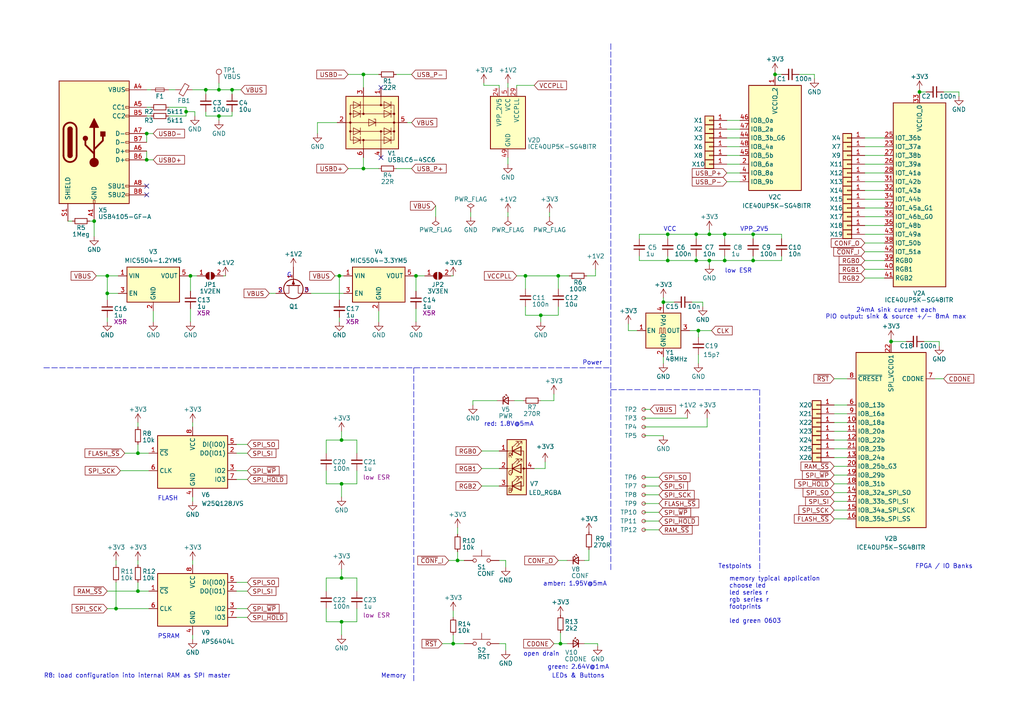
<source format=kicad_sch>
(kicad_sch (version 20211123) (generator eeschema)
  (paper "A4")
  (title_block (title "ICE40UP FPGA Development Board") (date "2023-03-02") (rev "v0.1") (comment 4 "Author: Simon Brenninger"))
  (junction (at 193.675 75.565))
  (junction (at 31.115 85.09))
  (junction (at 99.06 140.335))
  (junction (at 202.565 95.885))
  (junction (at 258.445 99.06))
  (junction (at 40.005 171.45))
  (junction (at 55.245 80.01))
  (junction (at 42.545 38.735))
  (junction (at 218.44 67.945))
  (junction (at 27.305 64.135))
  (junction (at 42.545 46.355))
  (junction (at 53.975 32.385))
  (junction (at 105.41 21.59))
  (junction (at 59.69 26.035))
  (junction (at 40.005 131.445))
  (junction (at 63.5 26.035))
  (junction (at 201.93 67.945))
  (junction (at 210.185 75.565))
  (junction (at 99.06 167.64))
  (junction (at 132.715 162.56))
  (junction (at 218.44 75.565))
  (junction (at 31.115 80.01))
  (junction (at 156.845 91.44))
  (junction (at 205.74 67.945))
  (junction (at 201.93 75.565))
  (junction (at 67.31 26.035))
  (junction (at 120.65 80.01))
  (junction (at 98.425 80.01))
  (junction (at 99.06 180.34))
  (junction (at 33.655 176.53))
  (junction (at 161.925 80.01))
  (junction (at 205.74 75.565))
  (junction (at 105.41 48.895))
  (junction (at 193.675 67.945))
  (junction (at 152.4 80.01))
  (junction (at 266.7 26.67))
  (junction (at 63.5 33.655))
  (junction (at 210.185 67.945))
  (junction (at 224.79 21.59))
  (junction (at 99.06 127.635))
  (junction (at 162.56 186.69))
  (junction (at 131.445 186.69))
  (junction (at 192.405 87.63))
  (no_connect (at 42.545 56.515))
  (no_connect (at 110.49 25.4))
  (no_connect (at 42.545 53.975))
  (no_connect (at 110.49 45.72))
  (wire (pts (xy 241.935 147.955) (xy 245.745 147.955)))
  (wire (pts (xy 241.935 135.255) (xy 245.745 135.255)))
  (wire (pts (xy 94.615 180.34) (xy 99.06 180.34)))
  (wire (pts (xy 103.505 131.445) (xy 103.505 127.635)))
  (wire (pts (xy 186.69 118.745) (xy 188.595 118.745)))
  (wire (pts (xy 210.185 75.565) (xy 218.44 75.565)))
  (wire (pts (xy 160.655 116.205) (xy 160.655 114.3)))
  (wire (pts (xy 278.13 26.67) (xy 273.685 26.67)))
  (wire (pts (xy 170.18 80.01) (xy 172.72 80.01)))
  (wire (pts (xy 258.445 99.06) (xy 258.445 99.695)))
  (wire (pts (xy 170.815 159.385) (xy 170.815 162.56)))
  (wire (pts (xy 139.7 135.89) (xy 144.78 135.89)))
  (wire (pts (xy 40.005 128.905) (xy 40.005 131.445)))
  (wire (pts (xy 193.675 69.215) (xy 193.675 67.945)))
  (wire (pts (xy 40.005 171.45) (xy 43.18 171.45)))
  (wire (pts (xy 186.69 123.825) (xy 205.105 123.825)))
  (wire (pts (xy 218.44 74.295) (xy 218.44 75.565)))
  (wire (pts (xy 44.45 93.345) (xy 44.45 90.17)))
  (wire (pts (xy 241.935 150.495) (xy 245.745 150.495)))
  (wire (pts (xy 218.44 69.215) (xy 218.44 67.945)))
  (polyline (pts (xy 177.165 113.03) (xy 220.345 113.03)))
  (wire (pts (xy 26.035 64.135) (xy 27.305 64.135)))
  (wire (pts (xy 258.445 99.06) (xy 262.89 99.06)))
  (wire (pts (xy 42.545 26.035) (xy 43.815 26.035)))
  (wire (pts (xy 199.39 121.285) (xy 186.69 121.285)))
  (wire (pts (xy 182.245 93.98) (xy 182.245 95.885)))
  (wire (pts (xy 99.06 127.635) (xy 99.06 125.095)))
  (polyline (pts (xy 12.7 106.68) (xy 177.165 106.68)))
  (wire (pts (xy 55.245 80.01) (xy 54.61 80.01)))
  (wire (pts (xy 200.66 87.63) (xy 203.835 87.63)))
  (wire (pts (xy 250.825 57.785) (xy 256.54 57.785)))
  (wire (pts (xy 33.655 168.91) (xy 33.655 176.53)))
  (wire (pts (xy 241.935 137.795) (xy 245.745 137.795)))
  (wire (pts (xy 99.06 140.335) (xy 99.06 144.145)))
  (wire (pts (xy 210.82 40.005) (xy 214.63 40.005)))
  (wire (pts (xy 31.115 85.09) (xy 31.115 86.995)))
  (wire (pts (xy 266.7 26.035) (xy 266.7 26.67)))
  (wire (pts (xy 201.93 69.215) (xy 201.93 67.945)))
  (wire (pts (xy 195.58 87.63) (xy 192.405 87.63)))
  (wire (pts (xy 56.515 33.655) (xy 56.515 32.385)))
  (wire (pts (xy 241.935 125.095) (xy 245.745 125.095)))
  (wire (pts (xy 272.415 99.06) (xy 272.415 100.33)))
  (wire (pts (xy 120.65 80.01) (xy 120.015 80.01)))
  (wire (pts (xy 55.88 122.555) (xy 55.88 123.825)))
  (wire (pts (xy 55.88 185.42) (xy 55.88 184.15)))
  (wire (pts (xy 67.31 33.655) (xy 67.31 32.385)))
  (wire (pts (xy 19.685 64.135) (xy 20.955 64.135)))
  (wire (pts (xy 78.105 85.09) (xy 80.01 85.09)))
  (wire (pts (xy 192.405 87.63) (xy 192.405 88.265)))
  (wire (pts (xy 40.005 122.555) (xy 40.005 123.825)))
  (wire (pts (xy 224.79 21.59) (xy 224.79 22.225)))
  (wire (pts (xy 48.895 31.115) (xy 53.975 31.115)))
  (wire (pts (xy 71.755 136.525) (xy 68.58 136.525)))
  (wire (pts (xy 59.69 32.385) (xy 59.69 33.655)))
  (wire (pts (xy 273.685 109.855) (xy 271.145 109.855)))
  (wire (pts (xy 202.565 102.87) (xy 202.565 105.41)))
  (wire (pts (xy 55.88 26.035) (xy 59.69 26.035)))
  (wire (pts (xy 94.615 167.64) (xy 99.06 167.64)))
  (wire (pts (xy 55.88 145.415) (xy 55.88 144.145)))
  (wire (pts (xy 71.755 168.91) (xy 68.58 168.91)))
  (wire (pts (xy 40.005 131.445) (xy 43.18 131.445)))
  (wire (pts (xy 65.405 80.01) (xy 64.77 80.01)))
  (wire (pts (xy 99.06 180.34) (xy 103.505 180.34)))
  (wire (pts (xy 126.365 59.69) (xy 126.365 62.865)))
  (wire (pts (xy 40.005 163.83) (xy 40.005 162.56)))
  (wire (pts (xy 114.935 21.59) (xy 119.38 21.59)))
  (wire (pts (xy 159.385 62.865) (xy 159.385 61.595)))
  (wire (pts (xy 236.22 21.59) (xy 236.22 22.86)))
  (wire (pts (xy 193.675 74.295) (xy 193.675 75.565)))
  (wire (pts (xy 162.56 186.69) (xy 162.56 183.515)))
  (wire (pts (xy 250.825 52.705) (xy 256.54 52.705)))
  (wire (pts (xy 100.965 48.895) (xy 105.41 48.895)))
  (wire (pts (xy 139.7 130.81) (xy 144.78 130.81)))
  (wire (pts (xy 186.69 126.365) (xy 192.405 126.365)))
  (wire (pts (xy 156.845 116.205) (xy 160.655 116.205)))
  (wire (pts (xy 210.82 47.625) (xy 214.63 47.625)))
  (wire (pts (xy 99.06 167.64) (xy 99.06 165.1)))
  (wire (pts (xy 205.74 76.835) (xy 205.74 75.565)))
  (wire (pts (xy 132.715 153.035) (xy 132.715 154.94)))
  (wire (pts (xy 99.06 140.335) (xy 103.505 140.335)))
  (wire (pts (xy 193.675 75.565) (xy 201.93 75.565)))
  (wire (pts (xy 144.145 116.205) (xy 137.16 116.205)))
  (wire (pts (xy 42.545 33.655) (xy 43.815 33.655)))
  (wire (pts (xy 63.5 33.655) (xy 63.5 34.925)))
  (wire (pts (xy 120.65 80.01) (xy 123.19 80.01)))
  (wire (pts (xy 266.7 26.67) (xy 266.7 27.305)))
  (wire (pts (xy 59.69 33.655) (xy 63.5 33.655)))
  (wire (pts (xy 160.655 186.69) (xy 162.56 186.69)))
  (wire (pts (xy 105.41 48.895) (xy 109.855 48.895)))
  (wire (pts (xy 250.825 75.565) (xy 256.54 75.565)))
  (wire (pts (xy 144.78 25.4) (xy 144.78 24.765)))
  (wire (pts (xy 98.425 80.01) (xy 99.695 80.01)))
  (wire (pts (xy 186.69 148.59) (xy 191.135 148.59)))
  (wire (pts (xy 170.815 162.56) (xy 169.545 162.56)))
  (wire (pts (xy 152.4 91.44) (xy 156.845 91.44)))
  (wire (pts (xy 210.82 42.545) (xy 214.63 42.545)))
  (wire (pts (xy 134.62 186.69) (xy 131.445 186.69)))
  (wire (pts (xy 97.155 80.01) (xy 98.425 80.01)))
  (wire (pts (xy 278.13 27.94) (xy 278.13 26.67)))
  (wire (pts (xy 250.825 47.625) (xy 256.54 47.625)))
  (wire (pts (xy 27.94 80.01) (xy 31.115 80.01)))
  (wire (pts (xy 53.975 32.385) (xy 53.975 33.655)))
  (wire (pts (xy 31.115 176.53) (xy 33.655 176.53)))
  (wire (pts (xy 210.185 69.215) (xy 210.185 67.945)))
  (wire (pts (xy 161.925 80.01) (xy 165.1 80.01)))
  (wire (pts (xy 42.545 46.355) (xy 44.45 46.355)))
  (wire (pts (xy 241.935 145.415) (xy 245.745 145.415)))
  (wire (pts (xy 55.88 162.56) (xy 55.88 163.83)))
  (wire (pts (xy 105.41 21.59) (xy 109.855 21.59)))
  (wire (pts (xy 250.825 42.545) (xy 256.54 42.545)))
  (wire (pts (xy 250.825 80.645) (xy 256.54 80.645)))
  (wire (pts (xy 99.06 167.64) (xy 103.505 167.64)))
  (wire (pts (xy 33.655 163.83) (xy 33.655 162.56)))
  (wire (pts (xy 158.115 133.985) (xy 158.115 135.89)))
  (wire (pts (xy 59.69 27.305) (xy 59.69 26.035)))
  (wire (pts (xy 186.69 138.43) (xy 191.135 138.43)))
  (polyline (pts (xy 220.345 113.03) (xy 220.345 165.735)))
  (wire (pts (xy 210.82 50.165) (xy 214.63 50.165)))
  (wire (pts (xy 182.245 95.885) (xy 184.785 95.885)))
  (wire (pts (xy 162.56 186.69) (xy 164.465 186.69)))
  (wire (pts (xy 94.615 136.525) (xy 94.615 140.335)))
  (wire (pts (xy 231.775 21.59) (xy 236.22 21.59)))
  (wire (pts (xy 156.845 91.44) (xy 161.925 91.44)))
  (wire (pts (xy 241.935 117.475) (xy 245.745 117.475)))
  (wire (pts (xy 250.825 60.325) (xy 256.54 60.325)))
  (wire (pts (xy 186.69 151.13) (xy 191.135 151.13)))
  (wire (pts (xy 98.425 86.995) (xy 98.425 80.01)))
  (wire (pts (xy 152.4 80.01) (xy 161.925 80.01)))
  (wire (pts (xy 154.94 24.765) (xy 149.86 24.765)))
  (wire (pts (xy 118.11 35.56) (xy 119.38 35.56)))
  (wire (pts (xy 185.42 75.565) (xy 185.42 74.295)))
  (wire (pts (xy 241.935 142.875) (xy 245.745 142.875)))
  (wire (pts (xy 137.16 116.205) (xy 137.16 117.475)))
  (wire (pts (xy 250.825 40.005) (xy 256.54 40.005)))
  (wire (pts (xy 185.42 69.215) (xy 185.42 67.945)))
  (wire (pts (xy 53.975 31.115) (xy 53.975 32.385)))
  (wire (pts (xy 224.79 20.955) (xy 224.79 21.59)))
  (wire (pts (xy 241.935 130.175) (xy 245.745 130.175)))
  (wire (pts (xy 98.425 93.345) (xy 98.425 92.075)))
  (polyline (pts (xy 177.165 12.7) (xy 177.165 165.735)))
  (wire (pts (xy 94.615 127.635) (xy 94.615 131.445)))
  (wire (pts (xy 105.41 21.59) (xy 100.965 21.59)))
  (wire (pts (xy 42.545 31.115) (xy 43.815 31.115)))
  (wire (pts (xy 103.505 180.34) (xy 103.505 176.53)))
  (wire (pts (xy 250.825 50.165) (xy 256.54 50.165)))
  (wire (pts (xy 149.86 24.765) (xy 149.86 25.4)))
  (wire (pts (xy 250.825 73.025) (xy 256.54 73.025)))
  (wire (pts (xy 186.69 140.97) (xy 191.135 140.97)))
  (wire (pts (xy 55.245 89.535) (xy 55.245 93.345)))
  (wire (pts (xy 250.825 62.865) (xy 256.54 62.865)))
  (wire (pts (xy 203.835 88.9) (xy 203.835 87.63)))
  (wire (pts (xy 192.405 86.36) (xy 192.405 87.63)))
  (wire (pts (xy 71.755 131.445) (xy 68.58 131.445)))
  (wire (pts (xy 266.7 26.67) (xy 268.605 26.67)))
  (wire (pts (xy 241.935 132.715) (xy 245.745 132.715)))
  (wire (pts (xy 33.655 176.53) (xy 43.18 176.53)))
  (wire (pts (xy 103.505 171.45) (xy 103.505 167.64)))
  (wire (pts (xy 56.515 32.385) (xy 53.975 32.385)))
  (wire (pts (xy 202.565 95.885) (xy 206.375 95.885)))
  (wire (pts (xy 57.15 80.01) (xy 55.245 80.01)))
  (wire (pts (xy 218.44 75.565) (xy 226.695 75.565)))
  (wire (pts (xy 201.93 67.945) (xy 205.74 67.945)))
  (wire (pts (xy 258.445 98.425) (xy 258.445 99.06)))
  (wire (pts (xy 149.86 80.01) (xy 152.4 80.01)))
  (wire (pts (xy 169.545 186.69) (xy 173.355 186.69)))
  (wire (pts (xy 144.78 162.56) (xy 146.685 162.56)))
  (wire (pts (xy 99.06 180.34) (xy 99.06 184.15)))
  (wire (pts (xy 31.115 92.075) (xy 31.115 93.345)))
  (wire (pts (xy 42.545 43.815) (xy 42.545 46.355)))
  (wire (pts (xy 94.615 127.635) (xy 99.06 127.635)))
  (wire (pts (xy 250.825 70.485) (xy 256.54 70.485)))
  (wire (pts (xy 132.715 162.56) (xy 134.62 162.56)))
  (wire (pts (xy 186.69 146.05) (xy 191.135 146.05)))
  (wire (pts (xy 185.42 67.945) (xy 193.675 67.945)))
  (wire (pts (xy 149.225 116.205) (xy 151.765 116.205)))
  (wire (pts (xy 185.42 75.565) (xy 193.675 75.565)))
  (wire (pts (xy 201.93 75.565) (xy 205.74 75.565)))
  (wire (pts (xy 31.115 80.01) (xy 34.29 80.01)))
  (wire (pts (xy 158.115 135.89) (xy 154.94 135.89)))
  (wire (pts (xy 109.855 93.345) (xy 109.855 90.17)))
  (wire (pts (xy 147.32 25.4) (xy 147.32 24.13)))
  (wire (pts (xy 147.32 62.865) (xy 147.32 61.595)))
  (wire (pts (xy 210.82 37.465) (xy 214.63 37.465)))
  (wire (pts (xy 161.925 91.44) (xy 161.925 88.9)))
  (wire (pts (xy 34.925 136.525) (xy 43.18 136.525)))
  (wire (pts (xy 152.4 83.82) (xy 152.4 80.01)))
  (wire (pts (xy 161.925 162.56) (xy 164.465 162.56)))
  (wire (pts (xy 71.755 171.45) (xy 68.58 171.45)))
  (wire (pts (xy 173.355 187.325) (xy 173.355 186.69)))
  (wire (pts (xy 63.5 33.655) (xy 67.31 33.655)))
  (wire (pts (xy 156.845 91.44) (xy 156.845 93.345)))
  (wire (pts (xy 241.935 120.015) (xy 245.745 120.015)))
  (wire (pts (xy 131.445 177.165) (xy 131.445 179.07)))
  (wire (pts (xy 205.74 67.945) (xy 210.185 67.945)))
  (wire (pts (xy 71.755 179.07) (xy 68.58 179.07)))
  (wire (pts (xy 67.31 27.305) (xy 67.31 26.035)))
  (wire (pts (xy 94.615 176.53) (xy 94.615 180.34)))
  (wire (pts (xy 31.115 85.09) (xy 31.115 80.01)))
  (wire (pts (xy 31.115 171.45) (xy 40.005 171.45)))
  (wire (pts (xy 27.305 64.135) (xy 27.305 68.58)))
  (wire (pts (xy 193.675 67.945) (xy 201.93 67.945)))
  (wire (pts (xy 71.755 128.905) (xy 68.58 128.905)))
  (wire (pts (xy 120.65 80.01) (xy 120.65 84.455)))
  (wire (pts (xy 267.97 99.06) (xy 272.415 99.06)))
  (wire (pts (xy 250.825 55.245) (xy 256.54 55.245)))
  (wire (pts (xy 48.895 26.035) (xy 50.8 26.035)))
  (wire (pts (xy 55.245 80.01) (xy 55.245 84.455)))
  (wire (pts (xy 152.4 88.9) (xy 152.4 91.44)))
  (wire (pts (xy 131.445 184.15) (xy 131.445 186.69)))
  (wire (pts (xy 40.005 168.91) (xy 40.005 171.45)))
  (wire (pts (xy 218.44 67.945) (xy 226.695 67.945)))
  (wire (pts (xy 210.82 52.705) (xy 214.63 52.705)))
  (wire (pts (xy 139.7 140.97) (xy 144.78 140.97)))
  (wire (pts (xy 146.685 162.56) (xy 146.685 164.465)))
  (wire (pts (xy 250.825 65.405) (xy 256.54 65.405)))
  (wire (pts (xy 42.545 38.735) (xy 44.45 38.735)))
  (wire (pts (xy 131.445 80.01) (xy 130.81 80.01)))
  (wire (pts (xy 92.075 35.56) (xy 97.79 35.56)))
  (wire (pts (xy 146.685 186.69) (xy 146.685 188.595)))
  (wire (pts (xy 71.755 176.53) (xy 68.58 176.53)))
  (wire (pts (xy 105.41 21.59) (xy 105.41 25.4)))
  (polyline (pts (xy 120.015 106.68) (xy 120.015 197.485)))
  (wire (pts (xy 172.72 78.105) (xy 172.72 80.01)))
  (wire (pts (xy 63.5 26.035) (xy 67.31 26.035)))
  (wire (pts (xy 105.41 48.895) (xy 105.41 45.72)))
  (wire (pts (xy 250.825 78.105) (xy 256.54 78.105)))
  (wire (pts (xy 36.195 131.445) (xy 40.005 131.445)))
  (wire (pts (xy 210.185 74.295) (xy 210.185 75.565)))
  (wire (pts (xy 92.075 38.735) (xy 92.075 35.56)))
  (wire (pts (xy 90.17 85.09) (xy 99.695 85.09)))
  (wire (pts (xy 99.06 127.635) (xy 103.505 127.635)))
  (wire (pts (xy 136.525 62.865) (xy 136.525 61.595)))
  (wire (pts (xy 241.935 122.555) (xy 245.745 122.555)))
  (wire (pts (xy 186.69 143.51) (xy 191.135 143.51)))
  (wire (pts (xy 161.925 80.01) (xy 161.925 83.82)))
  (wire (pts (xy 147.32 45.72) (xy 147.32 47.625)))
  (wire (pts (xy 114.935 48.895) (xy 119.38 48.895)))
  (wire (pts (xy 241.935 127.635) (xy 245.745 127.635)))
  (wire (pts (xy 71.755 139.065) (xy 68.58 139.065)))
  (wire (pts (xy 250.825 67.945) (xy 256.54 67.945)))
  (wire (pts (xy 34.29 85.09) (xy 31.115 85.09)))
  (wire (pts (xy 201.93 74.295) (xy 201.93 75.565)))
  (wire (pts (xy 132.715 160.02) (xy 132.715 162.56)))
  (wire (pts (xy 67.31 26.035) (xy 69.85 26.035)))
  (wire (pts (xy 210.82 34.925) (xy 214.63 34.925)))
  (wire (pts (xy 128.27 186.69) (xy 131.445 186.69)))
  (wire (pts (xy 226.695 67.945) (xy 226.695 69.215)))
  (wire (pts (xy 226.695 74.295) (xy 226.695 75.565)))
  (wire (pts (xy 202.565 95.885) (xy 202.565 97.79)))
  (wire (pts (xy 205.74 75.565) (xy 210.185 75.565)))
  (wire (pts (xy 94.615 140.335) (xy 99.06 140.335)))
  (wire (pts (xy 200.025 95.885) (xy 202.565 95.885)))
  (wire (pts (xy 42.545 41.275) (xy 42.545 38.735)))
  (wire (pts (xy 48.895 33.655) (xy 53.975 33.655)))
  (wire (pts (xy 186.69 153.67) (xy 191.135 153.67)))
  (wire (pts (xy 192.405 105.41) (xy 192.405 103.505)))
  (wire (pts (xy 103.505 140.335) (xy 103.505 136.525)))
  (wire (pts (xy 94.615 167.64) (xy 94.615 171.45)))
  (wire (pts (xy 63.5 24.13) (xy 63.5 26.035)))
  (wire (pts (xy 241.935 109.855) (xy 245.745 109.855)))
  (wire (pts (xy 250.825 45.085) (xy 256.54 45.085)))
  (wire (pts (xy 205.105 123.825) (xy 205.105 121.285)))
  (wire (pts (xy 140.335 24.765) (xy 140.335 24.13)))
  (wire (pts (xy 210.185 67.945) (xy 218.44 67.945)))
  (wire (pts (xy 59.69 26.035) (xy 63.5 26.035)))
  (wire (pts (xy 226.695 21.59) (xy 224.79 21.59)))
  (wire (pts (xy 144.78 24.765) (xy 140.335 24.765)))
  (wire (pts (xy 120.65 89.535) (xy 120.65 93.345)))
  (wire (pts (xy 210.82 45.085) (xy 214.63 45.085)))
  (wire (pts (xy 144.78 186.69) (xy 146.685 186.69)))
  (wire (pts (xy 130.175 162.56) (xy 132.715 162.56)))
  (wire (pts (xy 241.935 140.335) (xy 245.745 140.335)))
  (polyline (pts (xy 177.165 12.7) (xy 177.165 12.7)))
  (wire (pts (xy 205.74 66.675) (xy 205.74 67.945)))
  (text "green: 2.64V@1mA" (at 158.75 194.31 0) (effects (font (size 1.27 1.27)) (justify left bottom)))
  (text "red: 1.8V@5mA" (at 140.335 123.825 0) (effects (font (size 1.27 1.27)) (justify left bottom)))
  (text "FPGA / IO Banks" (at 265.43 165.1 0) (effects (font (size 1.27 1.27)) (justify left bottom)))
  (text "D" (at 88.265 85.09 0) (effects (font (size 1.27 1.27)) (justify left bottom)))
  (text "S" (at 80.645 85.09 0) (effects (font (size 1.27 1.27)) (justify left bottom)))
  (text "R8: load configuration into internal RAM as SPI master" (at 12.7 196.85 0) (effects (font (size 1.27 1.27)) (justify left bottom)))
  (text "Memory" (at 110.49 196.85 0) (effects (font (size 1.27 1.27)) (justify left bottom)))
  (text "Power" (at 168.91 106.045 0) (effects (font (size 1.27 1.27)) (justify left bottom)))
  (text "G" (at 83.185 80.645 0) (effects (font (size 1.27 1.27)) (justify left bottom)))
  (text "open drain" (at 151.765 190.5 0) (effects (font (size 1.27 1.27)) (justify left bottom)))
  (text "Testpoints" (at 208.28 165.1 0) (effects (font (size 1.27 1.27)) (justify left bottom)))
  (text "amber: 1.95V@5mA" (at 157.48 170.18 0) (effects (font (size 1.27 1.27)) (justify left bottom)))
  (text "LEDs & Buttons" (at 160.02 196.85 0) (effects (font (size 1.27 1.27)) (justify left bottom)))
  (text "FLASH" (at 45.72 145.415 0) (effects (font (size 1.27 1.27)) (justify left bottom)))
  (text "low ESR" (at 210.185 79.375 0) (effects (font (size 1.27 1.27)) (justify left bottom)))
  (text "PIO output: sink & source +/- 8mA max" (at 239.395 92.71 0) (effects (font (size 1.27 1.27)) (justify left bottom)))
  (text "VPP_2V5" (at 214.63 67.31 0) (effects (font (size 1.27 1.27)) (justify left bottom)))
  (text "24mA sink current each" (at 248.285 90.805 0) (effects (font (size 1.27 1.27)) (justify left bottom)))
  (text "PSRAM" (at 45.72 185.42 0) (effects (font (size 1.27 1.27)) (justify left bottom)))
  (text "VCC" (at 192.405 67.31 0) (effects (font (size 1.27 1.27)) (justify left bottom)))
  (text "memory typical application\nchoose led\nled series r\nrgb series r\nfootprints\n\nled green 0603" (at 211.455 180.975 0) (effects (font (size 1.27 1.27)) (justify left bottom)))
  (global_label "RGB0" (shape input) (at 250.825 75.565 180) (property "Intersheet References" "${INTERSHEET_REFS}" (effects hide)))
  (global_label "SPI_SCK" (shape input) (at 191.135 143.51 0) (property "Intersheet References" "${INTERSHEET_REFS}" (effects hide)))
  (global_label "SPI_~{WP}" (shape input) (at 71.755 136.525 0) (property "Intersheet References" "${INTERSHEET_REFS}" (effects hide)))
  (global_label "FLASH_~{SS}" (shape input) (at 191.135 146.05 0) (property "Intersheet References" "${INTERSHEET_REFS}" (effects hide)))
  (global_label "RGB2" (shape input) (at 139.7 140.97 180) (property "Intersheet References" "${INTERSHEET_REFS}" (effects hide)))
  (global_label "SPI_SI" (shape input) (at 241.935 145.415 180) (property "Intersheet References" "${INTERSHEET_REFS}" (effects hide)))
  (global_label "SPI_SCK" (shape input) (at 241.935 147.955 180) (property "Intersheet References" "${INTERSHEET_REFS}" (effects hide)))
  (global_label "FLASH_~{SS}" (shape input) (at 241.935 150.495 180) (property "Intersheet References" "${INTERSHEET_REFS}" (effects hide)))
  (global_label "USB_P-" (shape input) (at 119.38 21.59 0) (property "Intersheet References" "${INTERSHEET_REFS}" (effects hide)))
  (global_label "VBUS" (shape input) (at 27.94 80.01 180) (property "Intersheet References" "${INTERSHEET_REFS}" (effects hide)))
  (global_label "VBUS" (shape input) (at 188.595 118.745 0) (property "Intersheet References" "${INTERSHEET_REFS}" (effects hide)))
  (global_label "VBUS" (shape input) (at 69.85 26.035 0) (property "Intersheet References" "${INTERSHEET_REFS}" (effects hide)))
  (global_label "FLASH_~{SS}" (shape input) (at 36.195 131.445 180) (property "Intersheet References" "${INTERSHEET_REFS}" (effects hide)))
  (global_label "SPI_~{HOLD}" (shape input) (at 191.135 151.13 0) (property "Intersheet References" "${INTERSHEET_REFS}" (effects hide)))
  (global_label "RAM_~{SS}" (shape input) (at 191.135 153.67 0) (property "Intersheet References" "${INTERSHEET_REFS}" (effects hide)))
  (global_label "VBUS" (shape input) (at 119.38 35.56 0) (property "Intersheet References" "${INTERSHEET_REFS}" (effects hide)))
  (global_label "RGB1" (shape input) (at 139.7 135.89 180) (property "Intersheet References" "${INTERSHEET_REFS}" (effects hide)))
  (global_label "SPI_~{WP}" (shape input) (at 241.935 137.795 180) (property "Intersheet References" "${INTERSHEET_REFS}" (effects hide)))
  (global_label "RAM_~{SS}" (shape input) (at 31.115 171.45 180) (property "Intersheet References" "${INTERSHEET_REFS}" (effects hide)))
  (global_label "SPI_SI" (shape input) (at 71.755 131.445 0) (property "Intersheet References" "${INTERSHEET_REFS}" (effects hide)))
  (global_label "SPI_SO" (shape input) (at 71.755 168.91 0) (property "Intersheet References" "${INTERSHEET_REFS}" (effects hide)))
  (global_label "CLK" (shape input) (at 206.375 95.885 0) (property "Intersheet References" "${INTERSHEET_REFS}" (effects hide)))
  (global_label "VBUS" (shape input) (at 78.105 85.09 180) (property "Intersheet References" "${INTERSHEET_REFS}" (effects hide)))
  (global_label "CONF_O" (shape input) (at 161.925 162.56 180) (property "Intersheet References" "${INTERSHEET_REFS}" (effects hide)))
  (global_label "VCCPLL" (shape input) (at 154.94 24.765 0) (property "Intersheet References" "${INTERSHEET_REFS}" (effects hide)))
  (global_label "~{RST}" (shape input) (at 241.935 109.855 180) (property "Intersheet References" "${INTERSHEET_REFS}" (effects hide)))
  (global_label "SPI_~{WP}" (shape input) (at 71.755 176.53 0) (property "Intersheet References" "${INTERSHEET_REFS}" (effects hide)))
  (global_label "SPI_SCK" (shape input) (at 31.115 176.53 180) (property "Intersheet References" "${INTERSHEET_REFS}" (effects hide)))
  (global_label "RGB1" (shape input) (at 250.825 78.105 180) (property "Intersheet References" "${INTERSHEET_REFS}" (effects hide)))
  (global_label "VCCPLL" (shape input) (at 149.86 80.01 180) (property "Intersheet References" "${INTERSHEET_REFS}" (effects hide)))
  (global_label "SPI_SI" (shape input) (at 191.135 140.97 0) (property "Intersheet References" "${INTERSHEET_REFS}" (effects hide)))
  (global_label "USBD+" (shape input) (at 100.965 48.895 180) (property "Intersheet References" "${INTERSHEET_REFS}" (effects hide)))
  (global_label "SPI_SO" (shape input) (at 241.935 142.875 180) (property "Intersheet References" "${INTERSHEET_REFS}" (effects hide)))
  (global_label "RAM_~{SS}" (shape input) (at 241.935 135.255 180) (property "Intersheet References" "${INTERSHEET_REFS}" (effects hide)))
  (global_label "RGB0" (shape input) (at 139.7 130.81 180) (property "Intersheet References" "${INTERSHEET_REFS}" (effects hide)))
  (global_label "USB_P-" (shape input) (at 210.82 52.705 180) (property "Intersheet References" "${INTERSHEET_REFS}" (effects hide)))
  (global_label "CDONE" (shape input) (at 273.685 109.855 0) (property "Intersheet References" "${INTERSHEET_REFS}" (effects hide)))
  (global_label "~{RST}" (shape input) (at 128.27 186.69 180) (property "Intersheet References" "${INTERSHEET_REFS}" (effects hide)))
  (global_label "SPI_SO" (shape input) (at 71.755 128.905 0) (property "Intersheet References" "${INTERSHEET_REFS}" (effects hide)))
  (global_label "SPI_~{WP}" (shape input) (at 191.135 148.59 0) (property "Intersheet References" "${INTERSHEET_REFS}" (effects hide)))
  (global_label "VBUS" (shape input) (at 97.155 80.01 180) (property "Intersheet References" "${INTERSHEET_REFS}" (effects hide)))
  (global_label "RGB2" (shape input) (at 250.825 80.645 180) (property "Intersheet References" "${INTERSHEET_REFS}" (effects hide)))
  (global_label "USB_P+" (shape input) (at 119.38 48.895 0) (property "Intersheet References" "${INTERSHEET_REFS}" (effects hide)))
  (global_label "USB_P+" (shape input) (at 210.82 50.165 180) (property "Intersheet References" "${INTERSHEET_REFS}" (effects hide)))
  (global_label "USBD+" (shape input) (at 44.45 46.355 0) (property "Intersheet References" "${INTERSHEET_REFS}" (effects hide)))
  (global_label "~{CONF}_I" (shape input) (at 250.825 73.025 180) (property "Intersheet References" "${INTERSHEET_REFS}" (effects hide)))
  (global_label "SPI_SCK" (shape input) (at 34.925 136.525 180) (property "Intersheet References" "${INTERSHEET_REFS}" (effects hide)))
  (global_label "USBD-" (shape input) (at 44.45 38.735 0) (property "Intersheet References" "${INTERSHEET_REFS}" (effects hide)))
  (global_label "USBD-" (shape input) (at 100.965 21.59 180) (property "Intersheet References" "${INTERSHEET_REFS}" (effects hide)))
  (global_label "SPI_~{HOLD}" (shape input) (at 71.755 139.065 0) (property "Intersheet References" "${INTERSHEET_REFS}" (effects hide)))
  (global_label "~{CONF}_I" (shape input) (at 130.175 162.56 180) (property "Intersheet References" "${INTERSHEET_REFS}" (effects hide)))
  (global_label "SPI_SI" (shape input) (at 71.755 171.45 0) (property "Intersheet References" "${INTERSHEET_REFS}" (effects hide)))
  (global_label "CONF_O" (shape input) (at 250.825 70.485 180) (property "Intersheet References" "${INTERSHEET_REFS}" (effects hide)))
  (global_label "VBUS" (shape input) (at 126.365 59.69 180) (property "Intersheet References" "${INTERSHEET_REFS}" (effects hide)))
  (global_label "CDONE" (shape input) (at 160.655 186.69 180) (property "Intersheet References" "${INTERSHEET_REFS}" (effects hide)))
  (global_label "SPI_~{HOLD}" (shape input) (at 71.755 179.07 0) (property "Intersheet References" "${INTERSHEET_REFS}" (effects hide)))
  (global_label "SPI_SO" (shape input) (at 191.135 138.43 0) (property "Intersheet References" "${INTERSHEET_REFS}" (effects hide)))
  (global_label "SPI_~{HOLD}" (shape input) (at 241.935 140.335 180) (property "Intersheet References" "${INTERSHEET_REFS}" (effects hide)))
  (symbol (lib_id "power:GND") (at 109.855 93.345 0) (unit 1)
    (property "Reference" "#PWR027" (effects hide))
    (property "Value" "GND" (at 109.855 97.155 0))
  )
  (symbol (lib_id "Connector_Generic:Conn_01x01") (at 236.855 117.475 0) (mirror y) (unit 1)
    (property "Reference" "X20" (at 233.68 117.475 0))
    (property "Value" "Conn_01x01" (effects hide))
  )
  (symbol (lib_id "power:+1V2") (at 147.32 61.595 0) (unit 1)
    (property "Reference" "#PWR011" (effects hide))
    (property "Value" "+1V2" (at 147.32 57.785 0))
  )
  (symbol (lib_id "power:+3V3") (at 159.385 61.595 0) (unit 1)
    (property "Reference" "#PWR012" (effects hide))
    (property "Value" "+3V3" (at 159.385 57.785 0))
  )
  (symbol (lib_id "Connector_Generic:Conn_01x01") (at 245.745 60.325 0) (mirror y) (unit 1)
    (property "Reference" "X16" (at 242.57 60.325 0))
    (property "Value" "Conn_01x01" (effects hide))
  )
  (symbol (lib_id "power:GND") (at 99.06 144.145 0) (unit 1)
    (property "Reference" "#PWR044" (effects hide))
    (property "Value" "GND" (at 99.06 147.955 0))
  )
  (symbol (lib_id "power:+3V3") (at 131.445 80.01 0) (unit 1)
    (property "Reference" "#PWR020" (effects hide))
    (property "Value" "+3V3" (at 131.445 76.2 0))
  )
  (symbol (lib_id "FPGA_Lattice:ICE40UP5K-SG48ITR") (at 258.445 127.635 0) (unit 2)
    (property "Reference" "V2" (at 258.445 156.21 0))
    (property "Value" "ICE40UP5K-SG48ITR" (at 258.445 158.75 0))
    (property "Footprint" "Package_DFN_QFN:QFN-48-1EP_7x7mm_P0.5mm_EP5.6x5.6mm" (effects hide))
    (property "Datasheet" "http://www.latticesemi.com/Products/FPGAandCPLD/iCE40Ultra" (effects hide))
  )
  (symbol (lib_id "Device:R_Small") (at 131.445 181.61 0) (unit 1)
    (property "Reference" "R14" (at 132.715 180.975 0) (effects (justify left)))
    (property "Value" "10k" (at 132.715 182.88 0) (effects (justify left)))
  )
  (symbol (lib_id "Device:R_Small") (at 33.655 166.37 0) (unit 1)
    (property "Reference" "R11" (at 34.925 165.735 0) (effects (justify left)))
    (property "Value" "10k" (at 34.925 167.64 0) (effects (justify left)))
  )
  (symbol (lib_id "Device:C_Small") (at 55.245 86.995 0) (unit 1)
    (property "Reference" "C13" (at 57.15 86.995 0) (effects (justify left)))
    (property "Value" "1u" (at 57.15 88.9 0) (effects (justify left)))
    (property "Footprint" "Capacitor_SMD:C_0402_1005Metric" (effects hide))
    (property "Type" "X5R" (at 59.055 90.805 0))
  )
  (symbol (lib_id "power:PWR_FLAG") (at 126.365 62.865 180) (unit 1)
    (property "Reference" "#FLG02" (effects hide))
    (property "Value" "PWR_FLAG" (at 126.365 66.675 0))
  )
  (symbol (lib_id "Device:C_Small") (at 218.44 71.755 180) (unit 1)
    (property "Reference" "C9" (at 222.25 71.755 0))
    (property "Value" "100n" (at 222.885 73.66 0))
    (property "Footprint" "Capacitor_SMD:C_0402_1005Metric" (effects hide))
  )
  (symbol (lib_id "Oscillator:ASE-xxxMHz") (at 192.405 95.885 0) (unit 1)
    (property "Reference" "Y1" (at 194.31 102.235 0))
    (property "Value" "48MHz" (at 196.215 104.14 0))
    (property "Footprint" "Oscillator:Oscillator_SMD_Abracon_ASE-4Pin_3.2x2.5mm" (effects hide))
    (property "Datasheet" "http://www.abracon.com/Oscillators/ASV.pdf" (effects hide))
  )
  (symbol (lib_id "Connector_Generic:Conn_01x01") (at 245.745 65.405 0) (mirror y) (unit 1)
    (property "Reference" "X18" (at 242.57 65.405 0))
    (property "Value" "Conn_01x01" (effects hide))
  )
  (symbol (lib_id "Connector_Generic:Conn_01x01") (at 245.745 50.165 0) (mirror y) (unit 1)
    (property "Reference" "X12" (at 242.57 50.165 0))
    (property "Value" "Conn_01x01" (effects hide))
  )
  (symbol (lib_id "Jumper:SolderJumper_2_Open") (at 60.96 80.01 0) (unit 1)
    (property "Reference" "JP1" (at 60.96 82.55 0))
    (property "Value" "1V2EN" (at 60.96 84.455 0))
    (property "Footprint" "Jumper:SolderJumper-2_P1.3mm_Open_Pad1.0x1.5mm" (effects hide))
  )
  (symbol (lib_id "power:+3V3") (at 99.06 125.095 0) (unit 1)
    (property "Reference" "#PWR041" (effects hide))
    (property "Value" "+3V3" (at 99.06 121.285 0))
  )
  (symbol (lib_id "Connector_Generic:Conn_01x01") (at 245.745 62.865 0) (mirror y) (unit 1)
    (property "Reference" "X17" (at 242.57 62.865 0))
    (property "Value" "Conn_01x01" (effects hide))
  )
  (symbol (lib_id "power:+3V3") (at 55.88 162.56 0) (unit 1)
    (property "Reference" "#PWR050" (effects hide))
    (property "Value" "+3V3" (at 55.88 158.75 0))
  )
  (symbol (lib_id "Device:R_Small") (at 170.815 156.845 180) (unit 1)
    (property "Reference" "R9" (at 173.99 156.21 0))
    (property "Value" "270R" (at 174.625 158.115 0))
  )
  (symbol (lib_id "power:GND") (at 192.405 105.41 0) (unit 1)
    (property "Reference" "#PWR033" (effects hide))
    (property "Value" "GND" (at 192.405 109.22 0))
  )
  (symbol (lib_id "Connector_Generic:Conn_01x01") (at 245.745 67.945 0) (mirror y) (unit 1)
    (property "Reference" "X19" (at 242.57 67.945 0))
    (property "Value" "Conn_01x01" (effects hide))
  )
  (symbol (lib_id "Connector_Generic:Conn_01x01") (at 245.745 40.005 0) (mirror y) (unit 1)
    (property "Reference" "X4" (at 242.57 40.005 0))
    (property "Value" "Conn_01x01" (effects hide))
  )
  (symbol (lib_id "Device:R_Small") (at 40.005 166.37 0) (unit 1)
    (property "Reference" "R12" (at 41.275 165.735 0) (effects (justify left)))
    (property "Value" "10k" (at 41.275 167.64 0) (effects (justify left)))
  )
  (symbol (lib_id "Switch:SW_Push") (at 139.7 186.69 0) (unit 1)
    (property "Reference" "S2" (at 139.7 188.595 0))
    (property "Value" "RST" (at 140.335 190.5 0))
  )
  (symbol (lib_id "power:+3V3") (at 258.445 98.425 0) (unit 1)
    (property "Reference" "#PWR031" (effects hide))
    (property "Value" "+3V3" (at 258.445 94.615 0))
  )
  (symbol (lib_id "power:+3V3") (at 40.005 162.56 0) (unit 1)
    (property "Reference" "#PWR049" (effects hide))
    (property "Value" "+3V3" (at 40.005 158.75 0))
  )
  (symbol (lib_id "Switch:SW_Push") (at 139.7 162.56 0) (unit 1)
    (property "Reference" "S1" (at 139.7 164.465 0))
    (property "Value" "CONF" (at 140.97 166.37 0))
  )
  (symbol (lib_id "power:GND") (at 55.88 145.415 0) (unit 1)
    (property "Reference" "#PWR045" (effects hide))
    (property "Value" "GND" (at 55.88 149.225 0))
  )
  (symbol (lib_id "Connector_Generic:Conn_01x01") (at 236.855 125.095 0) (mirror y) (unit 1)
    (property "Reference" "X23" (at 233.68 125.095 0))
    (property "Value" "Conn_01x01" (effects hide))
  )
  (symbol (lib_id "FPGA_Lattice:ICE40UP5K-SG48ITR") (at 147.32 35.56 0) (unit 4)
    (property "Reference" "V2" (at 153.035 40.64 0) (effects (justify left)))
    (property "Value" "ICE40UP5K-SG48ITR" (at 153.035 42.545 0) (effects (justify left)))
    (property "Footprint" "Package_DFN_QFN:QFN-48-1EP_7x7mm_P0.5mm_EP5.6x5.6mm" (effects hide))
    (property "Datasheet" "http://www.latticesemi.com/Products/FPGAandCPLD/iCE40Ultra" (effects hide))
  )
  (symbol (lib_id "Connector_Generic:Conn_01x01") (at 245.745 45.085 0) (mirror y) (unit 1)
    (property "Reference" "X9" (at 242.57 45.085 0))
    (property "Value" "Conn_01x01" (effects hide))
  )
  (symbol (lib_id "Device:C_Small") (at 94.615 133.985 180) (unit 1)
    (property "Reference" "C20" (at 98.425 133.985 0))
    (property "Value" "100n" (at 99.06 135.89 0))
    (property "Footprint" "Capacitor_SMD:C_0402_1005Metric" (effects hide))
  )
  (symbol (lib_id "Connector:TestPoint_Small") (at 186.69 148.59 180) (unit 1)
    (property "Reference" "TP10" (at 184.785 148.5901 0) (effects (justify left)))
    (property "Value" "TestPoint_Small" (effects hide))
    (property "Footprint" "TestPoint:TestPoint_Pad_D1.0mm" (effects hide))
  )
  (symbol (lib_id "Device:C_Small") (at 31.115 89.535 0) (unit 1)
    (property "Reference" "C16" (at 33.02 89.535 0) (effects (justify left)))
    (property "Value" "1u" (at 33.02 91.44 0) (effects (justify left)))
    (property "Footprint" "Capacitor_SMD:C_0402_1005Metric" (effects hide))
    (property "Type" "X5R" (at 34.925 93.345 0))
  )
  (symbol (lib_id "power:+3V3") (at 170.815 154.305 0) (unit 1)
    (property "Reference" "#PWR047" (effects hide))
    (property "Value" "+3V3" (at 170.815 150.495 0))
  )
  (symbol (lib_id "Device:C_Small") (at 210.185 71.755 180) (unit 1)
    (property "Reference" "C8" (at 213.995 71.755 0))
    (property "Value" "1u" (at 213.36 73.66 0))
    (property "Footprint" "Capacitor_SMD:C_0402_1005Metric" (effects hide))
  )
  (symbol (lib_id "Device:C_Small") (at 201.93 71.755 180) (unit 1)
    (property "Reference" "C7" (at 205.74 71.755 0))
    (property "Value" "10n" (at 205.74 73.66 0))
    (property "Footprint" "Capacitor_SMD:C_0402_1005Metric" (effects hide))
  )
  (symbol (lib_id "power:GND") (at 205.74 76.835 0) (unit 1)
    (property "Reference" "#PWR016" (effects hide))
    (property "Value" "GND" (at 205.74 80.645 0))
  )
  (symbol (lib_id "FPGA_Lattice:ICE40UP5K-SG48ITR") (at 224.79 40.005 0) (unit 3)
    (property "Reference" "V2" (at 222.885 57.15 0) (effects (justify left)))
    (property "Value" "ICE40UP5K-SG48ITR" (at 215.265 59.69 0) (effects (justify left)))
    (property "Footprint" "Package_DFN_QFN:QFN-48-1EP_7x7mm_P0.5mm_EP5.6x5.6mm" (effects hide))
    (property "Datasheet" "http://www.latticesemi.com/Products/FPGAandCPLD/iCE40Ultra" (effects hide))
  )
  (symbol (lib_id "power:+3V3") (at 160.655 114.3 0) (unit 1)
    (property "Reference" "#PWR035" (effects hide))
    (property "Value" "+3V3" (at 160.655 110.49 0))
  )
  (symbol (lib_id "Connector:TestPoint_Small") (at 186.69 143.51 180) (unit 1)
    (property "Reference" "TP8" (at 184.785 143.5101 0) (effects (justify left)))
    (property "Value" "TestPoint_Small" (effects hide))
    (property "Footprint" "TestPoint:TestPoint_Pad_D1.0mm" (effects hide))
  )
  (symbol (lib_id "Device:C_Small") (at 193.675 71.755 180) (unit 1)
    (property "Reference" "C6" (at 197.485 71.755 0))
    (property "Value" "100n" (at 198.12 73.66 0))
    (property "Footprint" "Capacitor_SMD:C_0402_1005Metric" (effects hide))
  )
  (symbol (lib_id "Device:R_Small") (at 112.395 48.895 90) (unit 1)
    (property "Reference" "R4" (at 112.395 50.8 90))
    (property "Value" "22R" (at 112.395 52.705 90))
  )
  (symbol (lib_id "Connector_Generic:Conn_01x01") (at 236.855 130.175 0) (mirror y) (unit 1)
    (property "Reference" "X25" (at 233.68 130.175 0))
    (property "Value" "Conn_01x01" (effects hide))
  )
  (symbol (lib_id "power:+3V3") (at 205.74 66.675 0) (unit 1)
    (property "Reference" "#PWR014" (effects hide))
    (property "Value" "+3V3" (at 205.74 62.865 0))
  )
  (symbol (lib_id "Device:C_Small") (at 120.65 86.995 0) (unit 1)
    (property "Reference" "C14" (at 122.555 86.995 0) (effects (justify left)))
    (property "Value" "1u" (at 122.555 88.9 0) (effects (justify left)))
    (property "Footprint" "Capacitor_SMD:C_0402_1005Metric" (effects hide))
    (property "Type" "X5R" (at 124.46 90.805 0))
  )
  (symbol (lib_id "Device:C_Small") (at 161.925 86.36 0) (unit 1)
    (property "Reference" "C12" (at 163.83 86.36 0) (effects (justify left)))
    (property "Value" "10u" (at 163.83 88.265 0) (effects (justify left)))
    (property "Footprint" "Capacitor_SMD:C_0402_1005Metric" (effects hide))
  )
  (symbol (lib_id "power:PWR_FLAG") (at 147.32 62.865 180) (unit 1)
    (property "Reference" "#FLG03" (effects hide))
    (property "Value" "PWR_FLAG" (at 147.32 66.675 0))
  )
  (symbol (lib_id "power:GND") (at 202.565 105.41 0) (unit 1)
    (property "Reference" "#PWR034" (effects hide))
    (property "Value" "GND" (at 202.565 109.22 0))
  )
  (symbol (lib_id "Connector_Generic:Conn_01x01") (at 245.745 52.705 0) (mirror y) (unit 1)
    (property "Reference" "X13" (at 242.57 52.705 0))
    (property "Value" "Conn_01x01" (effects hide))
  )
  (symbol (lib_id "power:GND") (at 98.425 93.345 0) (unit 1)
    (property "Reference" "#PWR026" (effects hide))
    (property "Value" "GND" (at 98.425 97.155 0))
  )
  (symbol (lib_id "Device:LED_RGBA") (at 149.86 135.89 0) (unit 1)
    (property "Reference" "V7" (at 154.94 140.335 0))
    (property "Value" "LED_RGBA" (at 158.115 142.875 0))
  )
  (symbol (lib_id "Connector_Generic:Conn_01x01") (at 245.745 57.785 0) (mirror y) (unit 1)
    (property "Reference" "X15" (at 242.57 57.785 0))
    (property "Value" "Conn_01x01" (effects hide))
  )
  (symbol (lib_id "Device:LED_Small") (at 167.005 186.69 0) (mirror y) (unit 1)
    (property "Reference" "V10" (at 165.735 189.23 0))
    (property "Value" "CDONE" (at 167.005 191.135 0))
    (property "Footprint" "LED_SMD:LED_0603_1608Metric" (effects hide))
  )
  (symbol (lib_id "Device:C_Small") (at 185.42 71.755 180) (unit 1)
    (property "Reference" "C5" (at 189.23 71.755 0))
    (property "Value" "1u" (at 188.595 73.66 0))
    (property "Footprint" "Capacitor_SMD:C_0402_1005Metric" (effects hide))
  )
  (symbol (lib_id "Power_Protection:USBLC6-4SC6") (at 107.95 35.56 270) (unit 1)
    (property "Reference" "V1" (at 113.665 44.45 90))
    (property "Value" "USBLC6-4SC6" (at 119.38 46.355 90))
    (property "Footprint" "Package_TO_SOT_SMD:SOT-23-6" (effects hide))
    (property "Datasheet" "https://www.st.com/resource/en/datasheet/usblc6-4.pdf" (effects hide))
  )
  (symbol (lib_id "Connector:TestPoint") (at 63.5 24.13 0) (unit 1)
    (property "Reference" "TP1" (at 64.77 20.32 0) (effects (justify left)))
    (property "Value" "VBUS" (at 64.77 22.225 0) (effects (justify left)))
  )
  (symbol (lib_id "Device:Fuse_Small") (at 46.355 26.035 0) (unit 1)
    (property "Reference" "F1" (at 46.355 27.94 0))
    (property "Value" "Fuse_Small" (effects hide))
    (property "Footprint" "Fuse:Fuse_0805_2012Metric" (effects hide))
  )
  (symbol (lib_id "power:+3V3") (at 132.715 153.035 0) (unit 1)
    (property "Reference" "#PWR046" (effects hide))
    (property "Value" "+3V3" (at 132.715 149.225 0))
  )
  (symbol (lib_id "Connector_Generic:Conn_01x01") (at 245.745 42.545 0) (mirror y) (unit 1)
    (property "Reference" "X7" (at 242.57 42.545 0))
    (property "Value" "Conn_01x01" (effects hide))
  )
  (symbol (lib_id "power:+3V3") (at 140.335 24.13 0) (unit 1)
    (property "Reference" "#PWR03" (effects hide))
    (property "Value" "+3V3" (at 140.335 20.32 0))
  )
  (symbol (lib_id "Connector:TestPoint_Small") (at 186.69 118.745 180) (unit 1)
    (property "Reference" "TP2" (at 184.785 118.7451 0) (effects (justify left)))
    (property "Value" "TestPoint_Small" (effects hide))
    (property "Footprint" "TestPoint:TestPoint_Pad_D1.0mm" (effects hide))
  )
  (symbol (lib_id "Device:R_Small") (at 23.495 64.135 90) (unit 1)
    (property "Reference" "R5" (at 23.495 66.04 90))
    (property "Value" "1Meg" (at 23.495 67.945 90))
  )
  (symbol (lib_id "power:GND") (at 99.06 184.15 0) (unit 1)
    (property "Reference" "#PWR055" (effects hide))
    (property "Value" "GND" (at 99.06 187.96 0))
  )
  (symbol (lib_id "power:+3V3") (at 33.655 162.56 0) (unit 1)
    (property "Reference" "#PWR048" (effects hide))
    (property "Value" "+3V3" (at 33.655 158.75 0))
  )
  (symbol (lib_id "Device:C_Small") (at 198.12 87.63 270) (unit 1)
    (property "Reference" "C15" (at 194.945 88.9 90))
    (property "Value" "10n" (at 201.295 88.9 90))
    (property "Footprint" "Capacitor_SMD:C_0402_1005Metric" (effects hide))
  )
  (symbol (lib_id "Device:C_Small") (at 152.4 86.36 0) (unit 1)
    (property "Reference" "C11" (at 154.305 86.36 0) (effects (justify left)))
    (property "Value" "100n" (at 154.305 88.265 0) (effects (justify left)))
    (property "Footprint" "Capacitor_SMD:C_0402_1005Metric" (effects hide))
  )
  (symbol (lib_id "power:+3V3") (at 162.56 178.435 0) (unit 1)
    (property "Reference" "#PWR054" (effects hide))
    (property "Value" "+3V3" (at 162.56 174.625 0))
  )
  (symbol (lib_id "Device:R_Small") (at 46.355 31.115 90) (unit 1)
    (property "Reference" "R2" (at 43.18 32.385 90))
    (property "Value" "5k11" (at 50.8 32.385 90))
  )
  (symbol (lib_id "Device:R_Small") (at 112.395 21.59 90) (unit 1)
    (property "Reference" "R1" (at 112.395 23.495 90))
    (property "Value" "22R" (at 113.03 25.4 90))
  )
  (symbol (lib_id "power:GND") (at 120.65 93.345 0) (unit 1)
    (property "Reference" "#PWR028" (effects hide))
    (property "Value" "GND" (at 120.65 97.155 0))
  )
  (symbol (lib_id "Device:C_Small") (at 229.235 21.59 270) (unit 1)
    (property "Reference" "C1" (at 226.695 22.86 90))
    (property "Value" "100n" (at 233.045 22.86 90))
    (property "Footprint" "Capacitor_SMD:C_0402_1005Metric" (effects hide))
  )
  (symbol (lib_id "power:+3V3") (at 131.445 177.165 0) (unit 1)
    (property "Reference" "#PWR053" (effects hide))
    (property "Value" "+3V3" (at 131.445 173.355 0))
  )
  (symbol (lib_id "Connector_Generic:Conn_01x01") (at 236.855 132.715 0) (mirror y) (unit 1)
    (property "Reference" "X26" (at 233.68 132.715 0))
    (property "Value" "Conn_01x01" (effects hide))
  )
  (symbol (lib_id "power:+1V2") (at 147.32 24.13 0) (unit 1)
    (property "Reference" "#PWR04" (effects hide))
    (property "Value" "+1V2" (at 147.32 20.32 0))
  )
  (symbol (lib_id "power:+3V3") (at 99.06 165.1 0) (unit 1)
    (property "Reference" "#PWR052" (effects hide))
    (property "Value" "+3V3" (at 99.06 161.29 0))
  )
  (symbol (lib_id "Device:R_Small") (at 154.305 116.205 90) (unit 1)
    (property "Reference" "R7" (at 154.305 118.11 90))
    (property "Value" "270R" (at 154.305 120.015 90))
  )
  (symbol (lib_id "power:GND") (at 56.515 33.655 0) (unit 1)
    (property "Reference" "#PWR07" (effects hide))
    (property "Value" "GND" (at 56.515 37.465 0))
  )
  (symbol (lib_id "Device:R_Small") (at 162.56 180.975 180) (unit 1)
    (property "Reference" "R13" (at 165.735 180.34 0))
    (property "Value" "2k2" (at 165.735 182.245 0))
  )
  (symbol (lib_id "Connector:USB_C_Receptacle_USB2.0") (at 27.305 41.275 0) (unit 1)
    (property "Reference" "X5" (at 29.845 60.96 0))
    (property "Value" "USB4105-GF-A" (at 36.195 62.865 0))
    (property "Datasheet" "https://www.usb.org/sites/default/files/documents/usb_type-c.zip" (effects hide))
  )
  (symbol (lib_id "power:PWR_FLAG") (at 136.525 61.595 0) (unit 1)
    (property "Reference" "#FLG01" (effects hide))
    (property "Value" "PWR_FLAG" (at 136.525 57.785 0))
  )
  (symbol (lib_id "power:GND") (at 236.22 22.86 0) (unit 1)
    (property "Reference" "#PWR02" (effects hide))
    (property "Value" "GND" (at 236.22 26.67 0))
  )
  (symbol (lib_id "power:+3V3") (at 158.115 133.985 0) (unit 1)
    (property "Reference" "#PWR043" (effects hide))
    (property "Value" "+3V3" (at 158.115 129.54 0))
  )
  (symbol (lib_id "Device:R_Small") (at 46.355 33.655 90) (unit 1)
    (property "Reference" "R3" (at 43.18 34.925 90))
    (property "Value" "5k11" (at 50.8 34.925 90))
  )
  (symbol (lib_id "power:GND") (at 192.405 126.365 0) (unit 1)
    (property "Reference" "#PWR042" (effects hide))
    (property "Value" "GND" (at 192.405 130.175 0))
  )
  (symbol (lib_id "power:+3V3") (at 266.7 26.035 0) (unit 1)
    (property "Reference" "#PWR05" (effects hide))
    (property "Value" "+3V3" (at 266.7 22.225 0))
  )
  (symbol (lib_id "power:+1V2") (at 85.09 77.47 0) (unit 1)
    (property "Reference" "#PWR017" (effects hide))
    (property "Value" "+1V2" (at 85.09 73.66 0))
  )
  (symbol (lib_id "Regulator_Linear:MIC5504-3.3YM5") (at 109.855 82.55 0) (unit 1)
    (property "Reference" "V4" (at 109.855 73.025 0))
    (property "Value" "MIC5504-3.3YM5" (at 109.855 75.565 0))
    (property "Footprint" "Package_TO_SOT_SMD:SOT-23-5" (effects hide))
    (property "Datasheet" "http://ww1.microchip.com/downloads/en/DeviceDoc/MIC550X.pdf" (effects hide))
  )
  (symbol (lib_id "Connector_Generic:Conn_01x01") (at 205.74 45.085 0) (mirror y) (unit 1)
    (property "Reference" "X8" (at 202.565 45.085 0))
    (property "Value" "Conn_01x01" (effects hide))
  )
  (symbol (lib_id "Device:C_Small") (at 59.69 29.845 0) (unit 1)
    (property "Reference" "C3" (at 61.595 29.845 0) (effects (justify left)))
    (property "Value" "100u" (at 61.595 31.75 0) (effects (justify left)))
    (property "Footprint" "Capacitor_SMD:C_0805_2012Metric" (effects hide))
  )
  (symbol (lib_id "Connector:TestPoint_Small") (at 186.69 123.825 180) (unit 1)
    (property "Reference" "TP4" (at 184.785 123.8251 0) (effects (justify left)))
    (property "Value" "TestPoint_Small" (effects hide))
    (property "Footprint" "TestPoint:TestPoint_Pad_D1.0mm" (effects hide))
  )
  (symbol (lib_id "Device:R_Small") (at 40.005 126.365 0) (unit 1)
    (property "Reference" "R8" (at 41.275 125.73 0) (effects (justify left)))
    (property "Value" "10k" (at 41.275 127.635 0) (effects (justify left)))
  )
  (symbol (lib_id "power:GND") (at 278.13 27.94 0) (unit 1)
    (property "Reference" "#PWR06" (effects hide))
    (property "Value" "GND" (at 278.13 31.75 0))
  )
  (symbol (lib_id "power:+3V3") (at 182.245 93.98 0) (unit 1)
    (property "Reference" "#PWR030" (effects hide))
    (property "Value" "+3V3" (at 182.245 90.17 0))
  )
  (symbol (lib_id "Connector_Generic:Conn_01x01") (at 245.745 47.625 0) (mirror y) (unit 1)
    (property "Reference" "X11" (at 242.57 47.625 0))
    (property "Value" "Conn_01x01" (effects hide))
  )
  (symbol (lib_id "power:+3V3") (at 55.88 122.555 0) (unit 1)
    (property "Reference" "#PWR040" (effects hide))
    (property "Value" "+3V3" (at 55.88 118.745 0))
  )
  (symbol (lib_id "Connector_Generic:Conn_01x01") (at 236.855 127.635 0) (mirror y) (unit 1)
    (property "Reference" "X24" (at 233.68 127.635 0))
    (property "Value" "Conn_01x01" (effects hide))
  )
  (symbol (lib_id "power:GND") (at 44.45 93.345 0) (unit 1)
    (property "Reference" "#PWR024" (effects hide))
    (property "Value" "GND" (at 44.45 97.155 0))
  )
  (symbol (lib_id "power:GND") (at 147.32 47.625 0) (unit 1)
    (property "Reference" "#PWR010" (effects hide))
    (property "Value" "GND" (at 147.32 51.435 0))
  )
  (symbol (lib_id "Connector_Generic:Conn_01x01") (at 245.745 55.245 0) (mirror y) (unit 1)
    (property "Reference" "X14" (at 242.57 55.245 0))
    (property "Value" "Conn_01x01" (effects hide))
  )
  (symbol (lib_id "Device:LED_Small") (at 167.005 162.56 0) (unit 1)
    (property "Reference" "V8" (at 167.005 165.1 0))
    (property "Value" "CONF" (at 168.275 167.005 0))
    (property "Footprint" "LED_SMD:LED_0603_1608Metric" (effects hide))
  )
  (symbol (lib_id "power:GND") (at 173.355 187.325 0) (unit 1)
    (property "Reference" "#PWR057" (effects hide))
    (property "Value" "GND" (at 173.355 191.135 0))
  )
  (symbol (lib_id "Jumper:SolderJumper_2_Open") (at 127 80.01 0) (unit 1)
    (property "Reference" "JP2" (at 127 82.55 0))
    (property "Value" "3V3EN" (at 127 84.455 0))
    (property "Footprint" "Jumper:SolderJumper-2_P1.3mm_Open_Pad1.0x1.5mm" (effects hide))
  )
  (symbol (lib_id "power:GND") (at 136.525 62.865 0) (unit 1)
    (property "Reference" "#PWR013" (effects hide))
    (property "Value" "GND" (at 136.525 66.675 0))
  )
  (symbol (lib_id "Device:C_Small") (at 94.615 173.99 180) (unit 1)
    (property "Reference" "C22" (at 98.425 173.99 0))
    (property "Value" "100n" (at 99.06 175.895 0))
    (property "Footprint" "Capacitor_SMD:C_0402_1005Metric" (effects hide))
  )
  (symbol (lib_id "Device:C_Small") (at 103.505 173.99 180) (unit 1)
    (property "Reference" "C23" (at 107.315 173.99 0))
    (property "Value" "1u" (at 106.68 175.895 0))
    (property "Footprint" "Capacitor_SMD:C_0402_1005Metric" (effects hide))
    (property "Type" "low ESR" (at 109.22 178.435 0))
  )
  (symbol (lib_id "Connector:TestPoint_Small") (at 186.69 140.97 180) (unit 1)
    (property "Reference" "TP7" (at 184.785 140.9701 0) (effects (justify left)))
    (property "Value" "TestPoint_Small" (effects hide))
    (property "Footprint" "TestPoint:TestPoint_Pad_D1.0mm" (effects hide))
  )
  (symbol (lib_id "Memory_Flash:W25Q128JVS") (at 55.88 133.985 0) (unit 1)
    (property "Reference" "V6" (at 58.42 143.51 0) (effects (justify left)))
    (property "Value" "W25Q128JVS" (at 58.42 146.05 0) (effects (justify left)))
    (property "Footprint" "Package_SO:SOIC-8_5.23x5.23mm_P1.27mm" (effects hide))
    (property "Datasheet" "http://www.winbond.com/resource-files/w25q128jv_dtr%20revc%2003272018%20plus.pdf" (effects hide))
  )
  (symbol (lib_id "Connector:TestPoint_Small") (at 186.69 121.285 180) (unit 1)
    (property "Reference" "TP3" (at 184.785 121.2851 0) (effects (justify left)))
    (property "Value" "TestPoint_Small" (effects hide))
    (property "Footprint" "TestPoint:TestPoint_Pad_D1.0mm" (effects hide))
  )
  (symbol (lib_id "Connector_Generic:Conn_01x01") (at 205.74 37.465 0) (mirror y) (unit 1)
    (property "Reference" "X2" (at 202.565 37.465 0))
    (property "Value" "Conn_01x01" (effects hide))
  )
  (symbol (lib_id "power:GND") (at 146.685 188.595 0) (unit 1)
    (property "Reference" "#PWR058" (effects hide))
    (property "Value" "GND" (at 146.685 192.405 0))
  )
  (symbol (lib_id "Memory_Flash:W25Q128JVS") (at 55.88 173.99 0) (unit 1)
    (property "Reference" "V9" (at 58.42 183.515 0) (effects (justify left)))
    (property "Value" "APS6404L" (at 58.42 186.055 0) (effects (justify left)))
    (property "Footprint" "Package_SO:SOIC-8_5.23x5.23mm_P1.27mm" (effects hide))
    (property "Datasheet" "http://www.winbond.com/resource-files/w25q128jv_dtr%20revc%2003272018%20plus.pdf" (effects hide))
  )
  (symbol (lib_id "power:GND") (at 137.16 117.475 0) (unit 1)
    (property "Reference" "#PWR036" (effects hide))
    (property "Value" "GND" (at 137.16 121.285 0))
  )
  (symbol (lib_id "FPGA_Lattice:ICE40UP5K-SG48ITR") (at 266.7 55.245 0) (unit 1)
    (property "Reference" "V2" (at 264.795 85.09 0) (effects (justify left)))
    (property "Value" "ICE40UP5K-SG48ITR" (at 256.54 86.995 0) (effects (justify left)))
    (property "Footprint" "Package_DFN_QFN:QFN-48-1EP_7x7mm_P0.5mm_EP5.6x5.6mm" (effects hide))
    (property "Datasheet" "http://www.latticesemi.com/Products/FPGAandCPLD/iCE40Ultra" (effects hide))
  )
  (symbol (lib_id "Connector_Generic:Conn_01x01") (at 205.74 40.005 0) (mirror y) (unit 1)
    (property "Reference" "X3" (at 202.565 40.005 0))
    (property "Value" "Conn_01x01" (effects hide))
  )
  (symbol (lib_id "Device:C_Small") (at 67.31 29.845 0) (unit 1)
    (property "Reference" "C4" (at 69.215 29.845 0) (effects (justify left)))
    (property "Value" "10u" (at 69.215 31.75 0) (effects (justify left)))
    (property "Footprint" "Capacitor_SMD:C_0402_1005Metric" (effects hide))
  )
  (symbol (lib_id "Device:C_Small") (at 226.695 71.755 180) (unit 1)
    (property "Reference" "C10" (at 230.505 71.755 0))
    (property "Value" "10n" (at 230.505 73.66 0))
    (property "Footprint" "Capacitor_SMD:C_0402_1005Metric" (effects hide))
  )
  (symbol (lib_id "power:PWR_FLAG") (at 159.385 62.865 180) (unit 1)
    (property "Reference" "#FLG04" (effects hide))
    (property "Value" "PWR_FLAG" (at 159.385 66.675 0))
  )
  (symbol (lib_id "power:GND") (at 31.115 93.345 0) (unit 1)
    (property "Reference" "#PWR023" (effects hide))
    (property "Value" "GND" (at 31.115 97.155 0))
  )
  (symbol (lib_id "power:GND") (at 203.835 88.9 0) (unit 1)
    (property "Reference" "#PWR022" (effects hide))
    (property "Value" "GND" (at 203.835 92.71 0))
  )
  (symbol (lib_id "Device:LED_Small") (at 146.685 116.205 0) (unit 1)
    (property "Reference" "V5" (at 146.685 118.745 0))
    (property "Value" "PWR" (at 146.685 120.65 0))
    (property "Footprint" "LED_SMD:LED_0603_1608Metric" (effects hide))
  )
  (symbol (lib_id "power:GND") (at 146.685 164.465 0) (unit 1)
    (property "Reference" "#PWR051" (effects hide))
    (property "Value" "GND" (at 146.685 168.275 0))
  )
  (symbol (lib_id "Device:FerriteBead_Small") (at 53.34 26.035 270) (unit 1)
    (property "Reference" "FB1" (at 53.34 29.21 90))
    (property "Value" "FerriteBead_Small" (effects hide))
    (property "Footprint" "Inductor_SMD:L_0603_1608Metric" (effects hide))
  )
  (symbol (lib_id "Connector:TestPoint_Small") (at 186.69 126.365 180) (unit 1)
    (property "Reference" "TP5" (at 184.785 126.3651 0) (effects (justify left)))
    (property "Value" "TestPoint_Small" (effects hide))
    (property "Footprint" "TestPoint:TestPoint_Pad_D1.0mm" (effects hide))
  )
  (symbol (lib_id "Connector:TestPoint_Small") (at 186.69 138.43 180) (unit 1)
    (property "Reference" "TP6" (at 184.785 138.4301 0) (effects (justify left)))
    (property "Value" "TestPoint_Small" (effects hide))
    (property "Footprint" "TestPoint:TestPoint_Pad_D1.0mm" (effects hide))
  )
  (symbol (lib_id "power:GND") (at 156.845 93.345 0) (unit 1)
    (property "Reference" "#PWR029" (effects hide))
    (property "Value" "GND" (at 156.845 97.155 0))
  )
  (symbol (lib_id "Connector_Generic:Conn_01x01") (at 205.74 34.925 0) (mirror y) (unit 1)
    (property "Reference" "X1" (at 202.565 34.925 0))
    (property "Value" "Conn_01x01" (effects hide))
  )
  (symbol (lib_id "Device:C_Small") (at 265.43 99.06 270) (unit 1)
    (property "Reference" "C18" (at 262.89 100.33 90))
    (property "Value" "100n" (at 269.24 100.33 90))
    (property "Footprint" "Capacitor_SMD:C_0402_1005Metric" (effects hide))
  )
  (symbol (lib_id "Connector:TestPoint_Small") (at 186.69 153.67 180) (unit 1)
    (property "Reference" "TP12" (at 184.785 153.6701 0) (effects (justify left)))
    (property "Value" "TestPoint_Small" (effects hide))
    (property "Footprint" "TestPoint:TestPoint_Pad_D1.0mm" (effects hide))
  )
  (symbol (lib_id "power:+3V3") (at 192.405 86.36 0) (unit 1)
    (property "Reference" "#PWR021" (effects hide))
    (property "Value" "+3V3" (at 192.405 82.55 0))
  )
  (symbol (lib_id "power:+1V2") (at 65.405 80.01 0) (unit 1)
    (property "Reference" "#PWR019" (effects hide))
    (property "Value" "+1V2" (at 65.405 76.2 0))
  )
  (symbol (lib_id "Device:R_Small") (at 132.715 157.48 0) (unit 1)
    (property "Reference" "R10" (at 133.985 156.845 0) (effects (justify left)))
    (property "Value" "10k" (at 133.985 158.75 0) (effects (justify left)))
  )
  (symbol (lib_id "Device:R_Small") (at 167.64 80.01 90) (unit 1)
    (property "Reference" "R6" (at 167.64 81.915 90))
    (property "Value" "100R" (at 167.64 83.82 90))
  )
  (symbol (lib_id "power:+3V3") (at 40.005 122.555 0) (unit 1)
    (property "Reference" "#PWR039" (effects hide))
    (property "Value" "+3V3" (at 40.005 118.745 0))
  )
  (symbol (lib_id "Connector_Generic:Conn_01x01") (at 205.74 42.545 0) (mirror y) (unit 1)
    (property "Reference" "X6" (at 202.565 42.545 0))
    (property "Value" "Conn_01x01" (effects hide))
  )
  (symbol (lib_id "power:+3V3") (at 224.79 20.955 0) (unit 1)
    (property "Reference" "#PWR01" (effects hide))
    (property "Value" "+3V3" (at 224.79 17.145 0))
  )
  (symbol (lib_id "power:+1V2") (at 172.72 78.105 0) (unit 1)
    (property "Reference" "#PWR018" (effects hide))
    (property "Value" "+1V2" (at 172.72 74.295 0))
  )
  (symbol (lib_id "power:GND") (at 27.305 68.58 0) (unit 1)
    (property "Reference" "#PWR015" (effects hide))
    (property "Value" "GND" (at 27.305 72.39 0))
  )
  (symbol (lib_id "Device:C_Small") (at 98.425 89.535 0) (unit 1)
    (property "Reference" "C17" (at 100.33 89.535 0) (effects (justify left)))
    (property "Value" "1u" (at 100.33 91.44 0) (effects (justify left)))
    (property "Footprint" "Capacitor_SMD:C_0402_1005Metric" (effects hide))
    (property "Type" "X5R" (at 102.235 93.345 0))
  )
  (symbol (lib_id "Connector_Generic:Conn_01x01") (at 205.74 47.625 0) (mirror y) (unit 1)
    (property "Reference" "X10" (at 202.565 47.625 0))
    (property "Value" "Conn_01x01" (effects hide))
  )
  (symbol (lib_id "Device:Q_PJFET_GSD") (at 85.09 82.55 270) (unit 1)
    (property "Reference" "Q1" (at 83.82 88.9 90) (effects (justify left)))
    (property "Value" "Q_PJFET_GSD" (effects hide))
  )
  (symbol (lib_id "Device:C_Small") (at 271.145 26.67 270) (unit 1)
    (property "Reference" "C2" (at 268.605 27.94 90))
    (property "Value" "100n" (at 274.955 27.94 90))
    (property "Footprint" "Capacitor_SMD:C_0402_1005Metric" (effects hide))
  )
  (symbol (lib_id "power:GND") (at 63.5 34.925 0) (unit 1)
    (property "Reference" "#PWR08" (effects hide))
    (property "Value" "GND" (at 63.5 38.735 0))
  )
  (symbol (lib_id "power:GND") (at 55.88 185.42 0) (unit 1)
    (property "Reference" "#PWR056" (effects hide))
    (property "Value" "GND" (at 55.88 189.23 0))
  )
  (symbol (lib_id "Connector:TestPoint_Small") (at 186.69 151.13 180) (unit 1)
    (property "Reference" "TP11" (at 184.785 151.1301 0) (effects (justify left)))
    (property "Value" "TestPoint_Small" (effects hide))
    (property "Footprint" "TestPoint:TestPoint_Pad_D1.0mm" (effects hide))
  )
  (symbol (lib_id "Connector_Generic:Conn_01x01") (at 236.855 120.015 0) (mirror y) (unit 1)
    (property "Reference" "X21" (at 233.68 120.015 0))
    (property "Value" "Conn_01x01" (effects hide))
  )
  (symbol (lib_id "Device:C_Small") (at 103.505 133.985 180) (unit 1)
    (property "Reference" "C21" (at 107.315 133.985 0))
    (property "Value" "1u" (at 106.68 135.89 0))
    (property "Footprint" "Capacitor_SMD:C_0402_1005Metric" (effects hide))
    (property "Type" "low ESR" (at 109.22 138.43 0))
  )
  (symbol (lib_id "Device:C_Small") (at 202.565 100.33 180) (unit 1)
    (property "Reference" "C19" (at 206.375 100.33 0))
    (property "Value" "15p?" (at 206.375 102.87 0))
    (property "Footprint" "Capacitor_SMD:C_0402_1005Metric" (effects hide))
  )
  (symbol (lib_id "power:GND") (at 272.415 100.33 0) (unit 1)
    (property "Reference" "#PWR032" (effects hide))
    (property "Value" "GND" (at 272.415 104.14 0))
  )
  (symbol (lib_id "Connector_Generic:Conn_01x01") (at 236.855 122.555 0) (mirror y) (unit 1)
    (property "Reference" "X22" (at 233.68 122.555 0))
    (property "Value" "Conn_01x01" (effects hide))
  )
  (symbol (lib_id "power:GND") (at 55.245 93.345 0) (unit 1)
    (property "Reference" "#PWR025" (effects hide))
    (property "Value" "GND" (at 55.245 97.155 0))
  )
  (symbol (lib_id "power:+1V2") (at 199.39 121.285 0) (mirror y) (unit 1)
    (property "Reference" "#PWR037" (effects hide))
    (property "Value" "+1V2" (at 199.39 117.475 0))
  )
  (symbol (lib_id "power:GND") (at 92.075 38.735 0) (unit 1)
    (property "Reference" "#PWR09" (effects hide))
    (property "Value" "GND" (at 92.075 42.545 0))
  )
  (symbol (lib_id "Connector:TestPoint_Small") (at 186.69 146.05 180) (unit 1)
    (property "Reference" "TP9" (at 184.785 146.0501 0) (effects (justify left)))
    (property "Value" "TestPoint_Small" (effects hide))
    (property "Footprint" "TestPoint:TestPoint_Pad_D1.0mm" (effects hide))
  )
  (symbol (lib_id "power:+3V3") (at 205.105 121.285 0) (unit 1)
    (property "Reference" "#PWR038" (effects hide))
    (property "Value" "+3V3" (at 205.105 117.475 0))
  )
  (symbol (lib_id "Regulator_Linear:MIC5504-1.2YM5") (at 44.45 82.55 0) (unit 1)
    (property "Reference" "V3" (at 44.45 73.025 0))
    (property "Value" "MIC5504-1.2YM5" (at 44.45 75.565 0))
    (property "Footprint" "Package_DFN_QFN:UDFN-4-1EP_1x1mm_P0.65mm_EP0.48x0.48mm" (effects hide))
    (property "Datasheet" "http://ww1.microchip.com/downloads/en/DeviceDoc/MIC550X.pdf" (effects hide))
  )
)
</source>
